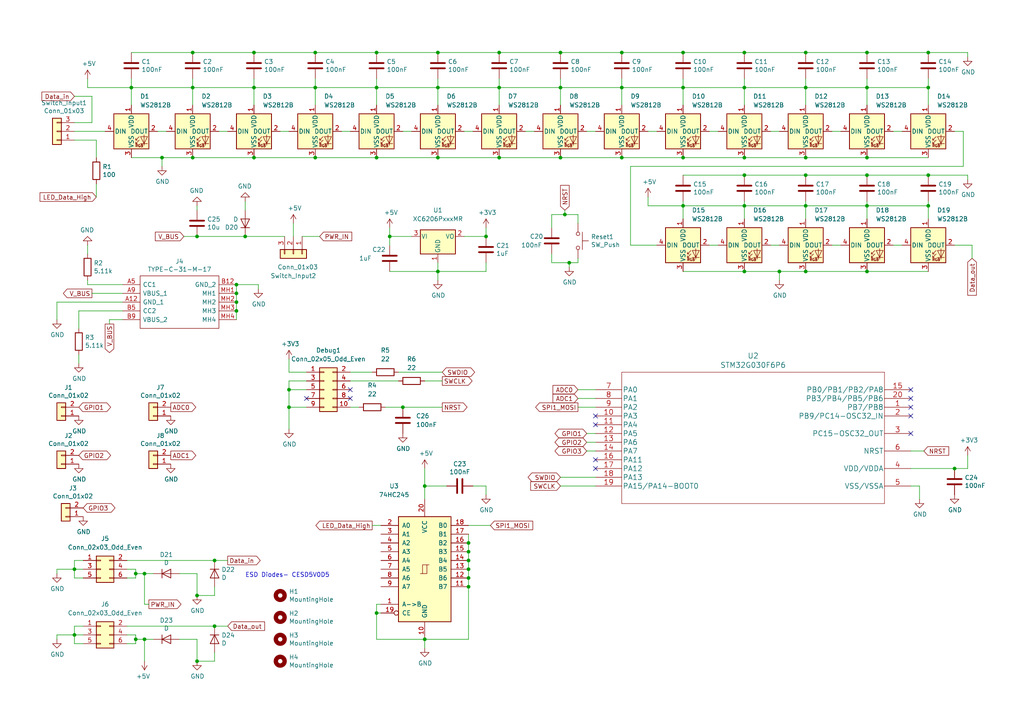
<source format=kicad_sch>
(kicad_sch (version 20211123) (generator eeschema)
  (paper "A4")
  (junction (at 116.84 118.11))
  (junction (at 251.46 45.72))
  (junction (at 73.66 45.72))
  (junction (at 162.56 15.24))
  (junction (at 73.66 25.4))
  (junction (at 144.78 15.24))
  (junction (at 68.58 82.55))
  (junction (at 163.83 62.23))
  (junction (at 215.9 15.24))
  (junction (at 109.22 177.8))
  (junction (at 226.06 78.74))
  (junction (at 135.89 162.56))
  (junction (at 215.9 50.8))
  (junction (at 135.89 165.1))
  (junction (at 251.46 78.74))
  (junction (at 162.56 45.72))
  (junction (at 215.9 59.69))
  (junction (at 39.37 166.37))
  (junction (at 62.23 181.61))
  (junction (at 91.44 15.24))
  (junction (at 276.86 135.89))
  (junction (at 55.88 45.72))
  (junction (at 21.59 184.15))
  (junction (at 135.89 170.18))
  (junction (at 135.89 160.02))
  (junction (at 57.15 191.77))
  (junction (at 109.22 45.72))
  (junction (at 109.22 25.4))
  (junction (at 251.46 15.24))
  (junction (at 269.24 50.8))
  (junction (at 55.88 15.24))
  (junction (at 180.34 15.24))
  (junction (at 144.78 25.4))
  (junction (at 215.9 25.4))
  (junction (at 62.23 162.56))
  (junction (at 127 78.74))
  (junction (at 269.24 59.69))
  (junction (at 233.68 50.8))
  (junction (at 83.82 118.11))
  (junction (at 83.82 113.03))
  (junction (at 269.24 15.24))
  (junction (at 165.1 76.2))
  (junction (at 109.22 15.24))
  (junction (at 180.34 45.72))
  (junction (at 251.46 59.69))
  (junction (at 215.9 78.74))
  (junction (at 233.68 15.24))
  (junction (at 144.78 45.72))
  (junction (at 198.12 59.69))
  (junction (at 55.88 25.4))
  (junction (at 41.91 185.42))
  (junction (at 91.44 25.4))
  (junction (at 198.12 45.72))
  (junction (at 215.9 45.72))
  (junction (at 73.66 15.24))
  (junction (at 127 15.24))
  (junction (at 127 45.72))
  (junction (at 135.89 157.48))
  (junction (at 180.34 25.4))
  (junction (at 71.12 68.58))
  (junction (at 91.44 45.72))
  (junction (at 198.12 15.24))
  (junction (at 233.68 45.72))
  (junction (at 57.15 68.58))
  (junction (at 135.89 167.64))
  (junction (at 233.68 59.69))
  (junction (at 123.19 140.97))
  (junction (at 140.97 68.58))
  (junction (at 233.68 78.74))
  (junction (at 127 25.4))
  (junction (at 269.24 25.4))
  (junction (at 233.68 25.4))
  (junction (at 251.46 50.8))
  (junction (at 21.59 165.1))
  (junction (at 113.03 68.58))
  (junction (at 39.37 185.42))
  (junction (at 38.1 25.4))
  (junction (at 68.58 85.09))
  (junction (at 68.58 87.63))
  (junction (at 198.12 25.4))
  (junction (at 251.46 25.4))
  (junction (at 57.15 172.72))
  (junction (at 68.58 90.17))
  (junction (at 123.19 185.42))
  (junction (at 162.56 25.4))
  (junction (at 41.91 166.37))
  (junction (at 46.99 45.72))
  (no_connect (at 264.16 113.03))
  (no_connect (at 88.9 115.57))
  (no_connect (at 101.6 115.57))
  (no_connect (at 264.16 115.57))
  (no_connect (at 264.16 118.11))
  (no_connect (at 172.72 135.89))
  (no_connect (at 264.16 125.73))
  (no_connect (at 264.16 120.65))
  (no_connect (at 172.72 133.35))
  (no_connect (at 172.72 120.65))
  (no_connect (at 172.72 123.19))
  (no_connect (at 101.6 113.03))
  (wire (pts (xy 233.68 50.8) (xy 251.46 50.8)))
  (wire (pts (xy 226.06 78.74) (xy 215.9 78.74)))
  (wire (pts (xy 91.44 45.72) (xy 73.66 45.72)))
  (wire (pts (xy 39.37 184.15) (xy 39.37 185.42)))
  (wire (pts (xy 127 30.48) (xy 127 25.4)))
  (wire (pts (xy 198.12 59.69) (xy 187.96 59.69)))
  (wire (pts (xy 83.82 107.95) (xy 88.9 107.95)))
  (wire (pts (xy 55.88 15.24) (xy 73.66 15.24)))
  (wire (pts (xy 38.1 30.48) (xy 38.1 25.4)))
  (wire (pts (xy 160.02 62.23) (xy 163.83 62.23)))
  (wire (pts (xy 57.15 191.77) (xy 62.23 191.77)))
  (wire (pts (xy 233.68 30.48) (xy 233.68 25.4)))
  (wire (pts (xy 170.18 125.73) (xy 172.72 125.73)))
  (wire (pts (xy 36.83 162.56) (xy 62.23 162.56)))
  (wire (pts (xy 73.66 15.24) (xy 91.44 15.24)))
  (wire (pts (xy 180.34 15.24) (xy 198.12 15.24)))
  (wire (pts (xy 21.59 184.15) (xy 16.51 184.15)))
  (wire (pts (xy 233.68 78.74) (xy 226.06 78.74)))
  (wire (pts (xy 109.22 177.8) (xy 109.22 185.42)))
  (wire (pts (xy 24.13 165.1) (xy 21.59 165.1)))
  (wire (pts (xy 269.24 25.4) (xy 269.24 22.86)))
  (wire (pts (xy 127 25.4) (xy 127 22.86)))
  (wire (pts (xy 162.56 45.72) (xy 144.78 45.72)))
  (wire (pts (xy 215.9 78.74) (xy 198.12 78.74)))
  (wire (pts (xy 233.68 59.69) (xy 233.68 63.5)))
  (wire (pts (xy 162.56 25.4) (xy 162.56 22.86)))
  (wire (pts (xy 116.84 38.1) (xy 119.38 38.1)))
  (wire (pts (xy 142.24 152.4) (xy 135.89 152.4)))
  (wire (pts (xy 251.46 25.4) (xy 251.46 22.86)))
  (wire (pts (xy 281.94 74.93) (xy 281.94 71.12)))
  (wire (pts (xy 41.91 166.37) (xy 41.91 175.26)))
  (wire (pts (xy 21.59 38.1) (xy 30.48 38.1)))
  (wire (pts (xy 123.19 140.97) (xy 123.19 144.78)))
  (wire (pts (xy 251.46 58.42) (xy 251.46 59.69)))
  (wire (pts (xy 215.9 45.72) (xy 198.12 45.72)))
  (wire (pts (xy 251.46 25.4) (xy 269.24 25.4)))
  (wire (pts (xy 24.13 162.56) (xy 21.59 162.56)))
  (wire (pts (xy 215.9 50.8) (xy 233.68 50.8)))
  (wire (pts (xy 39.37 166.37) (xy 41.91 166.37)))
  (wire (pts (xy 62.23 189.23) (xy 62.23 191.77)))
  (wire (pts (xy 45.72 38.1) (xy 48.26 38.1)))
  (wire (pts (xy 165.1 76.2) (xy 165.1 77.47)))
  (wire (pts (xy 251.46 59.69) (xy 251.46 63.5)))
  (wire (pts (xy 264.16 135.89) (xy 276.86 135.89)))
  (wire (pts (xy 22.86 90.17) (xy 22.86 95.25)))
  (wire (pts (xy 251.46 45.72) (xy 233.68 45.72)))
  (wire (pts (xy 280.67 15.24) (xy 280.67 16.51)))
  (wire (pts (xy 27.94 40.64) (xy 27.94 45.72)))
  (wire (pts (xy 110.49 177.8) (xy 109.22 177.8)))
  (wire (pts (xy 180.34 45.72) (xy 162.56 45.72)))
  (wire (pts (xy 123.19 185.42) (xy 123.19 187.96)))
  (wire (pts (xy 57.15 60.96) (xy 57.15 59.69)))
  (wire (pts (xy 83.82 113.03) (xy 83.82 118.11)))
  (wire (pts (xy 55.88 30.48) (xy 55.88 25.4)))
  (wire (pts (xy 135.89 185.42) (xy 123.19 185.42)))
  (wire (pts (xy 172.72 130.81) (xy 170.18 130.81)))
  (wire (pts (xy 73.66 30.48) (xy 73.66 25.4)))
  (wire (pts (xy 187.96 38.1) (xy 190.5 38.1)))
  (wire (pts (xy 39.37 165.1) (xy 39.37 166.37)))
  (wire (pts (xy 167.64 113.03) (xy 172.72 113.03)))
  (wire (pts (xy 135.89 157.48) (xy 135.89 160.02)))
  (wire (pts (xy 36.83 181.61) (xy 62.23 181.61)))
  (wire (pts (xy 113.03 68.58) (xy 113.03 66.04)))
  (wire (pts (xy 180.34 30.48) (xy 180.34 25.4)))
  (wire (pts (xy 182.88 71.12) (xy 190.5 71.12)))
  (wire (pts (xy 135.89 160.02) (xy 135.89 162.56)))
  (wire (pts (xy 180.34 25.4) (xy 180.34 22.86)))
  (wire (pts (xy 162.56 15.24) (xy 180.34 15.24)))
  (wire (pts (xy 55.88 22.86) (xy 55.88 25.4)))
  (wire (pts (xy 101.6 118.11) (xy 104.14 118.11)))
  (wire (pts (xy 88.9 110.49) (xy 83.82 110.49)))
  (wire (pts (xy 109.22 185.42) (xy 123.19 185.42)))
  (wire (pts (xy 87.63 68.58) (xy 92.71 68.58)))
  (wire (pts (xy 99.06 38.1) (xy 101.6 38.1)))
  (wire (pts (xy 276.86 135.89) (xy 280.67 135.89)))
  (wire (pts (xy 35.56 92.71) (xy 31.75 92.71)))
  (wire (pts (xy 68.58 82.55) (xy 74.93 82.55)))
  (wire (pts (xy 198.12 58.42) (xy 198.12 59.69)))
  (wire (pts (xy 25.4 71.12) (xy 25.4 73.66)))
  (wire (pts (xy 163.83 62.23) (xy 167.64 62.23)))
  (wire (pts (xy 180.34 25.4) (xy 198.12 25.4)))
  (wire (pts (xy 91.44 25.4) (xy 91.44 22.86)))
  (wire (pts (xy 127 25.4) (xy 144.78 25.4)))
  (wire (pts (xy 21.59 165.1) (xy 21.59 167.64)))
  (wire (pts (xy 167.64 62.23) (xy 167.64 64.77)))
  (wire (pts (xy 170.18 128.27) (xy 172.72 128.27)))
  (wire (pts (xy 57.15 172.72) (xy 62.23 172.72)))
  (wire (pts (xy 140.97 140.97) (xy 140.97 143.51)))
  (wire (pts (xy 233.68 58.42) (xy 233.68 59.69)))
  (wire (pts (xy 16.51 87.63) (xy 16.51 92.71)))
  (wire (pts (xy 144.78 25.4) (xy 144.78 22.86)))
  (wire (pts (xy 109.22 175.26) (xy 109.22 177.8)))
  (wire (pts (xy 127 15.24) (xy 144.78 15.24)))
  (wire (pts (xy 24.13 181.61) (xy 21.59 181.61)))
  (wire (pts (xy 215.9 15.24) (xy 233.68 15.24)))
  (wire (pts (xy 110.49 175.26) (xy 109.22 175.26)))
  (wire (pts (xy 259.08 38.1) (xy 261.62 38.1)))
  (wire (pts (xy 127 78.74) (xy 127 81.28)))
  (wire (pts (xy 198.12 25.4) (xy 198.12 22.86)))
  (wire (pts (xy 226.06 81.28) (xy 226.06 78.74)))
  (wire (pts (xy 110.49 152.4) (xy 107.95 152.4)))
  (wire (pts (xy 123.19 135.89) (xy 123.19 140.97)))
  (wire (pts (xy 198.12 59.69) (xy 198.12 63.5)))
  (wire (pts (xy 73.66 45.72) (xy 55.88 45.72)))
  (wire (pts (xy 279.4 38.1) (xy 279.4 48.26)))
  (wire (pts (xy 26.67 35.56) (xy 21.59 35.56)))
  (wire (pts (xy 21.59 162.56) (xy 21.59 165.1)))
  (wire (pts (xy 83.82 104.14) (xy 83.82 107.95)))
  (wire (pts (xy 68.58 90.17) (xy 68.58 87.63)))
  (wire (pts (xy 38.1 25.4) (xy 38.1 22.86)))
  (wire (pts (xy 223.52 71.12) (xy 226.06 71.12)))
  (wire (pts (xy 101.6 110.49) (xy 115.57 110.49)))
  (wire (pts (xy 62.23 172.72) (xy 62.23 170.18)))
  (wire (pts (xy 259.08 71.12) (xy 261.62 71.12)))
  (wire (pts (xy 16.51 184.15) (xy 16.51 185.42)))
  (wire (pts (xy 109.22 15.24) (xy 127 15.24)))
  (wire (pts (xy 269.24 63.5) (xy 269.24 59.69)))
  (wire (pts (xy 83.82 118.11) (xy 83.82 124.46)))
  (wire (pts (xy 172.72 118.11) (xy 167.64 118.11)))
  (wire (pts (xy 215.9 25.4) (xy 233.68 25.4)))
  (wire (pts (xy 144.78 25.4) (xy 162.56 25.4)))
  (wire (pts (xy 16.51 87.63) (xy 35.56 87.63)))
  (wire (pts (xy 187.96 57.15) (xy 187.96 59.69)))
  (wire (pts (xy 57.15 166.37) (xy 57.15 172.72)))
  (wire (pts (xy 251.46 15.24) (xy 269.24 15.24)))
  (wire (pts (xy 276.86 38.1) (xy 279.4 38.1)))
  (wire (pts (xy 21.59 40.64) (xy 27.94 40.64)))
  (wire (pts (xy 233.68 59.69) (xy 215.9 59.69)))
  (wire (pts (xy 31.75 92.71) (xy 31.75 93.98)))
  (wire (pts (xy 91.44 30.48) (xy 91.44 25.4)))
  (wire (pts (xy 81.28 38.1) (xy 83.82 38.1)))
  (wire (pts (xy 223.52 38.1) (xy 226.06 38.1)))
  (wire (pts (xy 241.3 38.1) (xy 243.84 38.1)))
  (wire (pts (xy 26.67 27.94) (xy 26.67 35.56)))
  (wire (pts (xy 24.13 184.15) (xy 21.59 184.15)))
  (wire (pts (xy 280.67 135.89) (xy 280.67 132.08)))
  (wire (pts (xy 135.89 162.56) (xy 135.89 165.1)))
  (wire (pts (xy 198.12 50.8) (xy 215.9 50.8)))
  (wire (pts (xy 63.5 38.1) (xy 66.04 38.1)))
  (wire (pts (xy 127 78.74) (xy 113.03 78.74)))
  (wire (pts (xy 215.9 25.4) (xy 215.9 22.86)))
  (wire (pts (xy 152.4 38.1) (xy 154.94 38.1)))
  (wire (pts (xy 167.64 115.57) (xy 172.72 115.57)))
  (wire (pts (xy 233.68 45.72) (xy 215.9 45.72)))
  (wire (pts (xy 205.74 38.1) (xy 208.28 38.1)))
  (wire (pts (xy 109.22 45.72) (xy 91.44 45.72)))
  (wire (pts (xy 115.57 107.95) (xy 128.27 107.95)))
  (wire (pts (xy 74.93 82.55) (xy 74.93 83.82)))
  (wire (pts (xy 134.62 68.58) (xy 140.97 68.58)))
  (wire (pts (xy 160.02 76.2) (xy 160.02 73.66)))
  (wire (pts (xy 233.68 25.4) (xy 251.46 25.4)))
  (wire (pts (xy 198.12 45.72) (xy 180.34 45.72)))
  (wire (pts (xy 251.46 50.8) (xy 269.24 50.8)))
  (wire (pts (xy 135.89 165.1) (xy 135.89 167.64)))
  (wire (pts (xy 55.88 25.4) (xy 73.66 25.4)))
  (wire (pts (xy 280.67 50.8) (xy 280.67 52.07)))
  (wire (pts (xy 62.23 162.56) (xy 66.04 162.56)))
  (wire (pts (xy 35.56 90.17) (xy 22.86 90.17)))
  (wire (pts (xy 116.84 118.11) (xy 128.27 118.11)))
  (wire (pts (xy 267.97 130.81) (xy 264.16 130.81)))
  (wire (pts (xy 52.07 185.42) (xy 57.15 185.42)))
  (wire (pts (xy 36.83 186.69) (xy 39.37 186.69)))
  (wire (pts (xy 52.07 166.37) (xy 57.15 166.37)))
  (wire (pts (xy 269.24 78.74) (xy 251.46 78.74)))
  (wire (pts (xy 140.97 68.58) (xy 140.97 66.04)))
  (wire (pts (xy 68.58 87.63) (xy 68.58 85.09)))
  (wire (pts (xy 266.7 140.97) (xy 266.7 144.78)))
  (wire (pts (xy 62.23 181.61) (xy 66.04 181.61)))
  (wire (pts (xy 38.1 15.24) (xy 55.88 15.24)))
  (wire (pts (xy 127 45.72) (xy 109.22 45.72)))
  (wire (pts (xy 46.99 45.72) (xy 38.1 45.72)))
  (wire (pts (xy 21.59 181.61) (xy 21.59 184.15)))
  (wire (pts (xy 144.78 30.48) (xy 144.78 25.4)))
  (wire (pts (xy 123.19 110.49) (xy 128.27 110.49)))
  (wire (pts (xy 39.37 166.37) (xy 39.37 167.64)))
  (wire (pts (xy 241.3 71.12) (xy 243.84 71.12)))
  (wire (pts (xy 25.4 25.4) (xy 25.4 22.86)))
  (wire (pts (xy 41.91 175.26) (xy 43.18 175.26)))
  (wire (pts (xy 21.59 27.94) (xy 26.67 27.94)))
  (wire (pts (xy 137.16 140.97) (xy 140.97 140.97)))
  (wire (pts (xy 269.24 15.24) (xy 280.67 15.24)))
  (wire (pts (xy 198.12 59.69) (xy 215.9 59.69)))
  (wire (pts (xy 109.22 25.4) (xy 109.22 22.86)))
  (wire (pts (xy 269.24 59.69) (xy 269.24 58.42)))
  (wire (pts (xy 251.46 59.69) (xy 233.68 59.69)))
  (wire (pts (xy 198.12 30.48) (xy 198.12 25.4)))
  (wire (pts (xy 134.62 38.1) (xy 137.16 38.1)))
  (wire (pts (xy 36.83 165.1) (xy 39.37 165.1)))
  (wire (pts (xy 279.4 48.26) (xy 182.88 48.26)))
  (wire (pts (xy 38.1 25.4) (xy 55.88 25.4)))
  (wire (pts (xy 57.15 68.58) (xy 71.12 68.58)))
  (wire (pts (xy 162.56 138.43) (xy 172.72 138.43)))
  (wire (pts (xy 21.59 165.1) (xy 16.51 165.1)))
  (wire (pts (xy 21.59 184.15) (xy 21.59 186.69)))
  (wire (pts (xy 53.34 68.58) (xy 57.15 68.58)))
  (wire (pts (xy 160.02 66.04) (xy 160.02 62.23)))
  (wire (pts (xy 233.68 15.24) (xy 251.46 15.24)))
  (wire (pts (xy 113.03 71.12) (xy 113.03 68.58)))
  (wire (pts (xy 22.86 102.87) (xy 22.86 105.41)))
  (wire (pts (xy 41.91 185.42) (xy 44.45 185.42)))
  (wire (pts (xy 119.38 68.58) (xy 113.03 68.58)))
  (wire (pts (xy 269.24 30.48) (xy 269.24 25.4)))
  (wire (pts (xy 269.24 50.8) (xy 280.67 50.8)))
  (wire (pts (xy 46.99 45.72) (xy 46.99 48.26)))
  (wire (pts (xy 68.58 92.71) (xy 68.58 90.17)))
  (wire (pts (xy 135.89 170.18) (xy 135.89 185.42)))
  (wire (pts (xy 71.12 68.58) (xy 82.55 68.58)))
  (wire (pts (xy 25.4 82.55) (xy 25.4 81.28)))
  (wire (pts (xy 162.56 140.97) (xy 172.72 140.97)))
  (wire (pts (xy 83.82 113.03) (xy 88.9 113.03)))
  (wire (pts (xy 269.24 45.72) (xy 251.46 45.72)))
  (wire (pts (xy 215.9 30.48) (xy 215.9 25.4)))
  (wire (pts (xy 198.12 15.24) (xy 215.9 15.24)))
  (wire (pts (xy 135.89 167.64) (xy 135.89 170.18)))
  (wire (pts (xy 25.4 82.55) (xy 35.56 82.55)))
  (wire (pts (xy 91.44 15.24) (xy 109.22 15.24)))
  (wire (pts (xy 123.19 140.97) (xy 129.54 140.97)))
  (wire (pts (xy 39.37 167.64) (xy 36.83 167.64)))
  (wire (pts (xy 135.89 154.94) (xy 135.89 157.48)))
  (wire (pts (xy 182.88 48.26) (xy 182.88 71.12)))
  (wire (pts (xy 167.64 76.2) (xy 165.1 76.2)))
  (wire (pts (xy 109.22 30.48) (xy 109.22 25.4)))
  (wire (pts (xy 73.66 25.4) (xy 73.66 22.86)))
  (wire (pts (xy 57.15 185.42) (xy 57.15 191.77)))
  (wire (pts (xy 73.66 25.4) (xy 91.44 25.4)))
  (wire (pts (xy 39.37 185.42) (xy 41.91 185.42)))
  (wire (pts (xy 127 76.2) (xy 127 78.74)))
  (wire (pts (xy 205.74 71.12) (xy 208.28 71.12)))
  (wire (pts (xy 140.97 78.74) (xy 127 78.74)))
  (wire (pts (xy 140.97 76.2) (xy 140.97 78.74)))
  (wire (pts (xy 269.24 59.69) (xy 251.46 59.69)))
  (wire (pts (xy 71.12 58.42) (xy 71.12 60.96)))
  (wire (pts (xy 101.6 107.95) (xy 107.95 107.95)))
  (wire (pts (xy 109.22 25.4) (xy 127 25.4)))
  (wire (pts (xy 170.18 38.1) (xy 172.72 38.1)))
  (wire (pts (xy 85.09 68.58) (xy 85.09 64.77)))
  (wire (pts (xy 21.59 167.64) (xy 24.13 167.64)))
  (wire (pts (xy 27.94 57.15) (xy 27.94 53.34)))
  (wire (pts (xy 21.59 186.69) (xy 24.13 186.69)))
  (wire (pts (xy 39.37 185.42) (xy 39.37 186.69)))
  (wire (pts (xy 251.46 30.48) (xy 251.46 25.4)))
  (wire (pts (xy 198.12 25.4) (xy 215.9 25.4)))
  (wire (pts (xy 162.56 25.4) (xy 180.34 25.4)))
  (wire (pts (xy 55.88 45.72) (xy 46.99 45.72)))
  (wire (pts (xy 144.78 45.72) (xy 127 45.72)))
  (wire (pts (xy 36.83 184.15) (xy 39.37 184.15)))
  (wire (pts (xy 233.68 25.4) (xy 233.68 22.86)))
  (wire (pts (xy 25.4 25.4) (xy 38.1 25.4)))
  (wire (pts (xy 167.64 74.93) (xy 167.64 76.2)))
  (wire (pts (xy 251.46 78.74) (xy 233.68 78.74)))
  (wire (pts (xy 281.94 71.12) (xy 276.86 71.12)))
  (wire (pts (xy 215.9 59.69) (xy 215.9 63.5)))
  (wire (pts (xy 83.82 110.49) (xy 83.82 113.03)))
  (wire (pts (xy 264.16 140.97) (xy 266.7 140.97)))
  (wire (pts (xy 41.91 166.37) (xy 44.45 166.37)))
  (wire (pts (xy 144.78 15.24) (xy 162.56 15.24)))
  (wire (pts (xy 163.83 60.96) (xy 163.83 62.23)))
  (wire (pts (xy 162.56 30.48) (xy 162.56 25.4)))
  (wire (pts (xy 68.58 85.09) (xy 68.58 82.55)))
  (wire (pts (xy 16.51 165.1) (xy 16.51 166.37)))
  (wire (pts (xy 215.9 58.42) (xy 215.9 59.69)))
  (wire (pts (xy 91.44 25.4) (xy 109.22 25.4)))
  (wire (pts (xy 88.9 118.11) (xy 83.82 118.11)))
  (wire (pts (xy 111.76 118.11) (xy 116.84 118.11)))
  (wire (pts (xy 165.1 76.2) (xy 160.02 76.2)))
  (wire (pts (xy 41.91 185.42) (xy 41.91 191.77)))
  (wire (pts (xy 35.56 85.09) (xy 26.67 85.09)))
  (text "ESD Diodes- CESD5V0D5" (at 71.12 167.64 0) (effects (font (size 1.27 1.27)) (justify left bottom)))
  (global_label "SWCLK" (shape input) (at 162.56 140.97 180) (property "Referenzen zwischen Schaltplänen" "${INTERSHEET_REFS}" (effects hide)))
  (global_label "SPI1_MOSI" (shape output) (at 167.64 118.11 180) (property "Referenzen zwischen Schaltplänen" "${INTERSHEET_REFS}" (effects hide)))
  (global_label "NRST" (shape input) (at 267.97 130.81 0) (property "Referenzen zwischen Schaltplänen" "${INTERSHEET_REFS}" (effects hide)))
  (global_label "V_BUS" (shape output) (at 31.75 93.98 270) (property "Referenzen zwischen Schaltplänen" "${INTERSHEET_REFS}" (effects hide)))
  (global_label "ADC1" (shape output) (at 49.53 132.08 0) (property "Intersheet References" "${INTERSHEET_REFS}" (effects hide)))
  (global_label "ADC1" (shape input) (at 167.64 115.57 180) (property "Intersheet References" "${INTERSHEET_REFS}" (effects hide)))
  (global_label "V_BUS" (shape input) (at 53.34 68.58 180) (property "Referenzen zwischen Schaltplänen" "${INTERSHEET_REFS}" (effects hide)))
  (global_label "Data_in" (shape output) (at 66.04 162.56 0) (property "Referenzen zwischen Schaltplänen" "${INTERSHEET_REFS}" (effects hide)))
  (global_label "SWDIO" (shape bidirectional) (at 162.56 138.43 180) (property "Referenzen zwischen Schaltplänen" "${INTERSHEET_REFS}" (effects hide)))
  (global_label "NRST" (shape input) (at 163.83 60.96 90) (property "Referenzen zwischen Schaltplänen" "${INTERSHEET_REFS}" (effects hide)))
  (global_label "Data_out" (shape input) (at 66.04 181.61 0) (property "Referenzen zwischen Schaltplänen" "${INTERSHEET_REFS}" (effects hide)))
  (global_label "ADC0" (shape input) (at 167.64 113.03 180) (property "Intersheet References" "${INTERSHEET_REFS}" (effects hide)))
  (global_label "GPIO3" (shape bidirectional) (at 170.18 130.81 180) (property "Referenzen zwischen Schaltplänen" "${INTERSHEET_REFS}" (effects hide)))
  (global_label "ADC0" (shape output) (at 49.53 118.11 0) (property "Intersheet References" "${INTERSHEET_REFS}" (effects hide)))
  (global_label "NRST" (shape output) (at 128.27 118.11 0) (property "Referenzen zwischen Schaltplänen" "${INTERSHEET_REFS}" (effects hide)))
  (global_label "SWDIO" (shape bidirectional) (at 128.27 107.95 0) (property "Referenzen zwischen Schaltplänen" "${INTERSHEET_REFS}" (effects hide)))
  (global_label "LED_Data_High" (shape output) (at 107.95 152.4 180) (property "Referenzen zwischen Schaltplänen" "${INTERSHEET_REFS}" (effects hide)))
  (global_label "GPIO2" (shape bidirectional) (at 170.18 128.27 180) (property "Referenzen zwischen Schaltplänen" "${INTERSHEET_REFS}" (effects hide)))
  (global_label "PWR_IN" (shape input) (at 92.71 68.58 0) (property "Referenzen zwischen Schaltplänen" "${INTERSHEET_REFS}" (effects hide)))
  (global_label "LED_Data_High" (shape input) (at 27.94 57.15 180) (property "Referenzen zwischen Schaltplänen" "${INTERSHEET_REFS}" (effects hide)))
  (global_label "SWCLK" (shape output) (at 128.27 110.49 0) (property "Referenzen zwischen Schaltplänen" "${INTERSHEET_REFS}" (effects hide)))
  (global_label "PWR_IN" (shape output) (at 43.18 175.26 0) (property "Referenzen zwischen Schaltplänen" "${INTERSHEET_REFS}" (effects hide)))
  (global_label "Data_in" (shape input) (at 21.59 27.94 180) (property "Referenzen zwischen Schaltplänen" "${INTERSHEET_REFS}" (effects hide)))
  (global_label "SPI1_MOSI" (shape input) (at 142.24 152.4 0) (property "Referenzen zwischen Schaltplänen" "${INTERSHEET_REFS}" (effects hide)))
  (global_label "GPIO2" (shape bidirectional) (at 22.86 132.08 0) (property "Referenzen zwischen Schaltplänen" "${INTERSHEET_REFS}" (effects hide)))
  (global_label "GPIO1" (shape bidirectional) (at 170.18 125.73 180) (property "Referenzen zwischen Schaltplänen" "${INTERSHEET_REFS}" (effects hide)))
  (global_label "GPIO1" (shape bidirectional) (at 22.86 118.11 0) (property "Referenzen zwischen Schaltplänen" "${INTERSHEET_REFS}" (effects hide)))
  (global_label "V_BUS" (shape output) (at 26.67 85.09 180) (property "Referenzen zwischen Schaltplänen" "${INTERSHEET_REFS}" (effects hide)))
  (global_label "GPIO3" (shape bidirectional) (at 24.13 147.32 0) (property "Referenzen zwischen Schaltplänen" "${INTERSHEET_REFS}" (effects hide)))
  (global_label "Data_out" (shape input) (at 281.94 74.93 270) (property "Referenzen zwischen Schaltplänen" "${INTERSHEET_REFS}" (effects hide)))
  (symbol (lib_id "STM32G0:STM32G030F6P6") (at 172.72 113.03 0) (unit 1)
    (property "Reference" "U2" (at 218.44 103.2002 0) (effects (font (size 1.524 1.524))))
    (property "Value" "STM32G030F6P6" (at 218.44 105.8926 0) (effects (font (size 1.524 1.524))))
    (property "Footprint" "Package_SO:TSSOP-20_4.4x6.5mm_P0.65mm" (effects hide))
  )
  (symbol (lib_id "Ampel-rescue:WS2812B-LED") (at 38.1 38.1 0) (unit 1)
    (property "Reference" "D1" (at 40.64 27.94 0) (effects (justify left)))
    (property "Value" "WS2812B" (at 40.64 30.48 0) (effects (justify left)))
    (property "Footprint" "LED_SMD:LED_WS2812B_PLCC4_5.0x5.0mm_P3.2mm" (effects hide))
    (property "Datasheet" "https://cdn-shop.adafruit.com/datasheets/WS2812B.pdf" (effects hide))
  )
  (symbol (lib_id "Ampel-rescue:WS2812B-LED") (at 55.88 38.1 0) (unit 1)
    (property "Reference" "D2" (at 58.42 27.94 0) (effects (justify left)))
    (property "Value" "WS2812B" (at 58.42 30.48 0) (effects (justify left)))
    (property "Footprint" "LED_SMD:LED_WS2812B_PLCC4_5.0x5.0mm_P3.2mm" (effects hide))
    (property "Datasheet" "https://cdn-shop.adafruit.com/datasheets/WS2812B.pdf" (effects hide))
  )
  (symbol (lib_id "Ampel-rescue:WS2812B-LED") (at 73.66 38.1 0) (unit 1)
    (property "Reference" "D3" (at 76.2 27.94 0) (effects (justify left)))
    (property "Value" "WS2812B" (at 76.2 30.48 0) (effects (justify left)))
    (property "Footprint" "LED_SMD:LED_WS2812B_PLCC4_5.0x5.0mm_P3.2mm" (effects hide))
    (property "Datasheet" "https://cdn-shop.adafruit.com/datasheets/WS2812B.pdf" (effects hide))
  )
  (symbol (lib_id "Ampel-rescue:WS2812B-LED") (at 91.44 38.1 0) (unit 1)
    (property "Reference" "D4" (at 93.98 27.94 0) (effects (justify left)))
    (property "Value" "WS2812B" (at 93.98 30.48 0) (effects (justify left)))
    (property "Footprint" "LED_SMD:LED_WS2812B_PLCC4_5.0x5.0mm_P3.2mm" (effects hide))
    (property "Datasheet" "https://cdn-shop.adafruit.com/datasheets/WS2812B.pdf" (effects hide))
  )
  (symbol (lib_id "Ampel-rescue:WS2812B-LED") (at 109.22 38.1 0) (unit 1)
    (property "Reference" "D5" (at 111.76 27.94 0) (effects (justify left)))
    (property "Value" "WS2812B" (at 111.76 30.48 0) (effects (justify left)))
    (property "Footprint" "LED_SMD:LED_WS2812B_PLCC4_5.0x5.0mm_P3.2mm" (effects hide))
    (property "Datasheet" "https://cdn-shop.adafruit.com/datasheets/WS2812B.pdf" (effects hide))
  )
  (symbol (lib_id "Ampel-rescue:WS2812B-LED") (at 127 38.1 0) (unit 1)
    (property "Reference" "D6" (at 129.54 27.94 0) (effects (justify left)))
    (property "Value" "WS2812B" (at 129.54 30.48 0) (effects (justify left)))
    (property "Footprint" "LED_SMD:LED_WS2812B_PLCC4_5.0x5.0mm_P3.2mm" (effects hide))
    (property "Datasheet" "https://cdn-shop.adafruit.com/datasheets/WS2812B.pdf" (effects hide))
  )
  (symbol (lib_id "Ampel-rescue:WS2812B-LED") (at 144.78 38.1 0) (unit 1)
    (property "Reference" "D7" (at 147.32 27.94 0) (effects (justify left)))
    (property "Value" "WS2812B" (at 147.32 30.48 0) (effects (justify left)))
    (property "Footprint" "LED_SMD:LED_WS2812B_PLCC4_5.0x5.0mm_P3.2mm" (effects hide))
    (property "Datasheet" "https://cdn-shop.adafruit.com/datasheets/WS2812B.pdf" (effects hide))
  )
  (symbol (lib_id "Ampel-rescue:WS2812B-LED") (at 162.56 38.1 0) (unit 1)
    (property "Reference" "D8" (at 165.1 27.94 0) (effects (justify left)))
    (property "Value" "WS2812B" (at 165.1 30.48 0) (effects (justify left)))
    (property "Footprint" "LED_SMD:LED_WS2812B_PLCC4_5.0x5.0mm_P3.2mm" (effects hide))
    (property "Datasheet" "https://cdn-shop.adafruit.com/datasheets/WS2812B.pdf" (effects hide))
  )
  (symbol (lib_id "Ampel-rescue:WS2812B-LED") (at 180.34 38.1 0) (unit 1)
    (property "Reference" "D9" (at 182.88 27.94 0) (effects (justify left)))
    (property "Value" "WS2812B" (at 182.88 30.48 0) (effects (justify left)))
    (property "Footprint" "LED_SMD:LED_WS2812B_PLCC4_5.0x5.0mm_P3.2mm" (effects hide))
    (property "Datasheet" "https://cdn-shop.adafruit.com/datasheets/WS2812B.pdf" (effects hide))
  )
  (symbol (lib_id "Ampel-rescue:WS2812B-LED") (at 198.12 38.1 0) (unit 1)
    (property "Reference" "D10" (at 200.66 27.94 0) (effects (justify left)))
    (property "Value" "WS2812B" (at 200.66 30.48 0) (effects (justify left)))
    (property "Footprint" "LED_SMD:LED_WS2812B_PLCC4_5.0x5.0mm_P3.2mm" (effects hide))
    (property "Datasheet" "https://cdn-shop.adafruit.com/datasheets/WS2812B.pdf" (effects hide))
  )
  (symbol (lib_id "Ampel-rescue:WS2812B-LED") (at 215.9 38.1 0) (unit 1)
    (property "Reference" "D11" (at 218.44 27.94 0) (effects (justify left)))
    (property "Value" "WS2812B" (at 218.44 30.48 0) (effects (justify left)))
    (property "Footprint" "LED_SMD:LED_WS2812B_PLCC4_5.0x5.0mm_P3.2mm" (effects hide))
    (property "Datasheet" "https://cdn-shop.adafruit.com/datasheets/WS2812B.pdf" (effects hide))
  )
  (symbol (lib_id "Ampel-rescue:WS2812B-LED") (at 233.68 38.1 0) (unit 1)
    (property "Reference" "D12" (at 236.22 27.94 0) (effects (justify left)))
    (property "Value" "WS2812B" (at 236.22 30.48 0) (effects (justify left)))
    (property "Footprint" "LED_SMD:LED_WS2812B_PLCC4_5.0x5.0mm_P3.2mm" (effects hide))
    (property "Datasheet" "https://cdn-shop.adafruit.com/datasheets/WS2812B.pdf" (effects hide))
  )
  (symbol (lib_id "Ampel-rescue:WS2812B-LED") (at 251.46 38.1 0) (unit 1)
    (property "Reference" "D13" (at 254 27.94 0) (effects (justify left)))
    (property "Value" "WS2812B" (at 254 30.48 0) (effects (justify left)))
    (property "Footprint" "LED_SMD:LED_WS2812B_PLCC4_5.0x5.0mm_P3.2mm" (effects hide))
    (property "Datasheet" "https://cdn-shop.adafruit.com/datasheets/WS2812B.pdf" (effects hide))
  )
  (symbol (lib_id "Ampel-rescue:WS2812B-LED") (at 269.24 38.1 0) (unit 1)
    (property "Reference" "D14" (at 271.78 27.94 0) (effects (justify left)))
    (property "Value" "WS2812B" (at 271.78 30.48 0) (effects (justify left)))
    (property "Footprint" "LED_SMD:LED_WS2812B_PLCC4_5.0x5.0mm_P3.2mm" (effects hide))
    (property "Datasheet" "https://cdn-shop.adafruit.com/datasheets/WS2812B.pdf" (effects hide))
  )
  (symbol (lib_id "Ampel-rescue:Conn_01x03-Connector_Generic") (at 16.51 38.1 180) (unit 1)
    (property "Reference" "Switch_Input1" (at 18.5928 29.845 0))
    (property "Value" "Conn_01x03" (at 18.5928 32.1564 0))
    (property "Footprint" "Connector_PinHeader_2.54mm:PinHeader_1x03_P2.54mm_Vertical" (effects hide))
  )
  (symbol (lib_id "Ampel-rescue:WS2812B-LED") (at 198.12 71.12 0) (unit 1)
    (property "Reference" "D15" (at 200.66 60.96 0) (effects (justify left)))
    (property "Value" "WS2812B" (at 200.66 63.5 0) (effects (justify left)))
    (property "Footprint" "LED_SMD:LED_WS2812B_PLCC4_5.0x5.0mm_P3.2mm" (effects hide))
    (property "Datasheet" "https://cdn-shop.adafruit.com/datasheets/WS2812B.pdf" (effects hide))
  )
  (symbol (lib_id "Ampel-rescue:WS2812B-LED") (at 215.9 71.12 0) (unit 1)
    (property "Reference" "D16" (at 218.44 60.96 0) (effects (justify left)))
    (property "Value" "WS2812B" (at 218.44 63.5 0) (effects (justify left)))
    (property "Footprint" "LED_SMD:LED_WS2812B_PLCC4_5.0x5.0mm_P3.2mm" (effects hide))
    (property "Datasheet" "https://cdn-shop.adafruit.com/datasheets/WS2812B.pdf" (effects hide))
  )
  (symbol (lib_id "Ampel-rescue:WS2812B-LED") (at 233.68 71.12 0) (unit 1)
    (property "Reference" "D17" (at 236.22 60.96 0) (effects (justify left)))
    (property "Value" "WS2812B" (at 236.22 63.5 0) (effects (justify left)))
    (property "Footprint" "LED_SMD:LED_WS2812B_PLCC4_5.0x5.0mm_P3.2mm" (effects hide))
    (property "Datasheet" "https://cdn-shop.adafruit.com/datasheets/WS2812B.pdf" (effects hide))
  )
  (symbol (lib_id "Ampel-rescue:WS2812B-LED") (at 251.46 71.12 0) (unit 1)
    (property "Reference" "D18" (at 254 60.96 0) (effects (justify left)))
    (property "Value" "WS2812B" (at 254 63.5 0) (effects (justify left)))
    (property "Footprint" "LED_SMD:LED_WS2812B_PLCC4_5.0x5.0mm_P3.2mm" (effects hide))
    (property "Datasheet" "https://cdn-shop.adafruit.com/datasheets/WS2812B.pdf" (effects hide))
  )
  (symbol (lib_id "Ampel-rescue:WS2812B-LED") (at 269.24 71.12 0) (unit 1)
    (property "Reference" "D19" (at 271.78 60.96 0) (effects (justify left)))
    (property "Value" "WS2812B" (at 271.78 63.5 0) (effects (justify left)))
    (property "Footprint" "LED_SMD:LED_WS2812B_PLCC4_5.0x5.0mm_P3.2mm" (effects hide))
    (property "Datasheet" "https://cdn-shop.adafruit.com/datasheets/WS2812B.pdf" (effects hide))
  )
  (symbol (lib_id "Ampel-rescue:74HC245-74xx") (at 123.19 165.1 0) (unit 1)
    (property "Reference" "U3" (at 114.3 140.97 0))
    (property "Value" "74HC245" (at 114.3 143.51 0))
    (property "Footprint" "Package_SO:SSOP-20_5.3x7.2mm_P0.65mm" (effects hide))
    (property "Datasheet" "http://www.ti.com/lit/gpn/sn74HC245" (effects hide))
  )
  (symbol (lib_id "Ampel-rescue:D-Device") (at 71.12 64.77 90) (unit 1)
    (property "Reference" "D20" (at 69.1134 65.9384 90) (effects (justify left)))
    (property "Value" "D" (at 69.1134 63.627 90) (effects (justify left)))
    (property "Footprint" "Diode_SMD:D_SOD-523" (effects hide))
  )
  (symbol (lib_id "Ampel-rescue:GND-power") (at 71.12 58.42 180) (unit 1)
    (property "Reference" "#PWR0124" (effects hide))
    (property "Value" "GND" (at 70.993 54.0258 0))
  )
  (symbol (lib_id "Ampel-rescue:D-Device") (at 62.23 166.37 270) (unit 1)
    (property "Reference" "D22" (at 64.2366 165.2016 90) (effects (justify left)))
    (property "Value" "D" (at 64.2366 167.513 90) (effects (justify left)))
    (property "Footprint" "Diode_SMD:D_SOD-523" (effects hide))
  )
  (symbol (lib_id "Ampel-rescue:D-Device") (at 48.26 166.37 0) (unit 1)
    (property "Reference" "D21" (at 48.26 160.8836 0))
    (property "Value" "D" (at 48.26 163.195 0))
    (property "Footprint" "Diode_SMD:D_SOD-523" (effects hide))
  )
  (symbol (lib_id "Ampel-rescue:D-Device") (at 48.26 185.42 0) (unit 1)
    (property "Reference" "D23" (at 48.26 179.9336 0))
    (property "Value" "D" (at 48.26 182.245 0))
    (property "Footprint" "Diode_SMD:D_SOD-523" (effects hide))
  )
  (symbol (lib_id "Ampel-rescue:D-Device") (at 62.23 185.42 270) (unit 1)
    (property "Reference" "D24" (at 64.2366 184.2516 90) (effects (justify left)))
    (property "Value" "D" (at 64.2366 186.563 90) (effects (justify left)))
    (property "Footprint" "Diode_SMD:D_SOD-523" (effects hide))
  )
  (symbol (lib_id "Ampel-rescue:Conn_01x03-Connector_Generic") (at 85.09 73.66 270) (unit 1)
    (property "Reference" "Switch_Input2" (at 85.09 80.01 90))
    (property "Value" "Conn_01x03" (at 86.36 77.47 90))
    (property "Footprint" "Connector_PinHeader_2.54mm:PinHeader_1x03_P2.54mm_Vertical" (effects hide))
  )
  (symbol (lib_id "Ampel-rescue:GND-power") (at 46.99 48.26 0) (unit 1)
    (property "Reference" "#PWR0101" (effects hide))
    (property "Value" "GND" (at 47.117 52.6542 0))
  )
  (symbol (lib_id "Ampel-rescue:Conn_01x02-Connector_Generic") (at 17.78 120.65 180) (unit 1)
    (property "Reference" "J1" (at 19.8628 112.395 0))
    (property "Value" "Conn_01x02" (at 19.8628 114.7064 0))
    (property "Footprint" "Connector_PinHeader_2.54mm:PinHeader_1x02_P2.54mm_Vertical" (effects hide))
  )
  (symbol (lib_id "Ampel-rescue:Conn_01x02-Connector_Generic") (at 17.78 134.62 180) (unit 1)
    (property "Reference" "J2" (at 19.8628 126.365 0))
    (property "Value" "Conn_01x02" (at 19.8628 128.6764 0))
    (property "Footprint" "Connector_PinHeader_2.54mm:PinHeader_1x02_P2.54mm_Vertical" (effects hide))
  )
  (symbol (lib_id "Ampel-rescue:Conn_01x02-Connector_Generic") (at 19.05 149.86 180) (unit 1)
    (property "Reference" "J3" (at 21.1328 141.605 0))
    (property "Value" "Conn_01x02" (at 21.1328 143.9164 0))
    (property "Footprint" "Connector_PinHeader_2.54mm:PinHeader_1x02_P2.54mm_Vertical" (effects hide))
  )
  (symbol (lib_id "Ampel-rescue:GND-power") (at 24.13 149.86 0) (unit 1)
    (property "Reference" "#PWR0127" (effects hide))
    (property "Value" "GND" (at 24.257 154.2542 0))
  )
  (symbol (lib_id "Ampel-rescue:GND-power") (at 22.86 134.62 0) (unit 1)
    (property "Reference" "#PWR0128" (effects hide))
    (property "Value" "GND" (at 22.987 139.0142 0))
  )
  (symbol (lib_id "Ampel-rescue:GND-power") (at 22.86 120.65 0) (unit 1)
    (property "Reference" "#PWR0129" (effects hide))
    (property "Value" "GND" (at 22.987 125.0442 0))
  )
  (symbol (lib_id "Ampel-rescue:R-Device") (at 25.4 77.47 0) (unit 1)
    (property "Reference" "R2" (at 27.178 76.3016 0) (effects (justify left)))
    (property "Value" "5.11k" (at 27.178 78.613 0) (effects (justify left)))
    (property "Footprint" "Resistor_SMD:R_0603_1608Metric" (effects hide))
  )
  (symbol (lib_id "Ampel-rescue:C-Device") (at 38.1 19.05 180) (unit 1)
    (property "Reference" "C1" (at 41.021 17.8816 0) (effects (justify right)))
    (property "Value" "100nF" (at 41.021 20.193 0) (effects (justify right)))
    (property "Footprint" "Capacitor_SMD:C_0603_1608Metric" (effects hide))
  )
  (symbol (lib_id "Ampel-rescue:C-Device") (at 55.88 19.05 180) (unit 1)
    (property "Reference" "C2" (at 58.801 17.8816 0) (effects (justify right)))
    (property "Value" "100nF" (at 58.801 20.193 0) (effects (justify right)))
    (property "Footprint" "Capacitor_SMD:C_0603_1608Metric" (effects hide))
  )
  (symbol (lib_id "Ampel-rescue:C-Device") (at 73.66 19.05 180) (unit 1)
    (property "Reference" "C3" (at 76.581 17.8816 0) (effects (justify right)))
    (property "Value" "100nF" (at 76.581 20.193 0) (effects (justify right)))
    (property "Footprint" "Capacitor_SMD:C_0603_1608Metric" (effects hide))
  )
  (symbol (lib_id "Ampel-rescue:C-Device") (at 91.44 19.05 180) (unit 1)
    (property "Reference" "C4" (at 94.361 17.8816 0) (effects (justify right)))
    (property "Value" "100nF" (at 94.361 20.193 0) (effects (justify right)))
    (property "Footprint" "Capacitor_SMD:C_0603_1608Metric" (effects hide))
  )
  (symbol (lib_id "Ampel-rescue:C-Device") (at 109.22 19.05 180) (unit 1)
    (property "Reference" "C5" (at 112.141 17.8816 0) (effects (justify right)))
    (property "Value" "100nF" (at 112.141 20.193 0) (effects (justify right)))
    (property "Footprint" "Capacitor_SMD:C_0603_1608Metric" (effects hide))
  )
  (symbol (lib_id "Ampel-rescue:C-Device") (at 127 19.05 180) (unit 1)
    (property "Reference" "C6" (at 129.921 17.8816 0) (effects (justify right)))
    (property "Value" "100nF" (at 129.921 20.193 0) (effects (justify right)))
    (property "Footprint" "Capacitor_SMD:C_0603_1608Metric" (effects hide))
  )
  (symbol (lib_id "Ampel-rescue:C-Device") (at 144.78 19.05 180) (unit 1)
    (property "Reference" "C7" (at 147.701 17.8816 0) (effects (justify right)))
    (property "Value" "100nF" (at 147.701 20.193 0) (effects (justify right)))
    (property "Footprint" "Capacitor_SMD:C_0603_1608Metric" (effects hide))
  )
  (symbol (lib_id "Ampel-rescue:C-Device") (at 162.56 19.05 180) (unit 1)
    (property "Reference" "C8" (at 165.481 17.8816 0) (effects (justify right)))
    (property "Value" "100nF" (at 165.481 20.193 0) (effects (justify right)))
    (property "Footprint" "Capacitor_SMD:C_0603_1608Metric" (effects hide))
  )
  (symbol (lib_id "Ampel-rescue:C-Device") (at 180.34 19.05 180) (unit 1)
    (property "Reference" "C9" (at 183.261 17.8816 0) (effects (justify right)))
    (property "Value" "100nF" (at 183.261 20.193 0) (effects (justify right)))
    (property "Footprint" "Capacitor_SMD:C_0603_1608Metric" (effects hide))
  )
  (symbol (lib_id "Ampel-rescue:C-Device") (at 198.12 19.05 180) (unit 1)
    (property "Reference" "C10" (at 201.041 17.8816 0) (effects (justify right)))
    (property "Value" "100nF" (at 201.041 20.193 0) (effects (justify right)))
    (property "Footprint" "Capacitor_SMD:C_0603_1608Metric" (effects hide))
  )
  (symbol (lib_id "Ampel-rescue:C-Device") (at 215.9 19.05 180) (unit 1)
    (property "Reference" "C11" (at 218.821 17.8816 0) (effects (justify right)))
    (property "Value" "100nF" (at 218.821 20.193 0) (effects (justify right)))
    (property "Footprint" "Capacitor_SMD:C_0603_1608Metric" (effects hide))
  )
  (symbol (lib_id "Ampel-rescue:C-Device") (at 233.68 19.05 180) (unit 1)
    (property "Reference" "C12" (at 236.601 17.8816 0) (effects (justify right)))
    (property "Value" "100nF" (at 236.601 20.193 0) (effects (justify right)))
    (property "Footprint" "Capacitor_SMD:C_0603_1608Metric" (effects hide))
  )
  (symbol (lib_id "Ampel-rescue:C-Device") (at 251.46 19.05 180) (unit 1)
    (property "Reference" "C13" (at 254.381 17.8816 0) (effects (justify right)))
    (property "Value" "100nF" (at 254.381 20.193 0) (effects (justify right)))
    (property "Footprint" "Capacitor_SMD:C_0603_1608Metric" (effects hide))
  )
  (symbol (lib_id "Ampel-rescue:C-Device") (at 269.24 19.05 180) (unit 1)
    (property "Reference" "C14" (at 272.161 17.8816 0) (effects (justify right)))
    (property "Value" "100nF" (at 272.161 20.193 0) (effects (justify right)))
    (property "Footprint" "Capacitor_SMD:C_0603_1608Metric" (effects hide))
  )
  (symbol (lib_id "Ampel-rescue:C-Device") (at 198.12 54.61 180) (unit 1)
    (property "Reference" "C15" (at 201.041 53.4416 0) (effects (justify right)))
    (property "Value" "100nF" (at 201.041 55.753 0) (effects (justify right)))
    (property "Footprint" "Capacitor_SMD:C_0603_1608Metric" (effects hide))
  )
  (symbol (lib_id "Ampel-rescue:C-Device") (at 215.9 54.61 180) (unit 1)
    (property "Reference" "C16" (at 218.821 53.4416 0) (effects (justify right)))
    (property "Value" "100nF" (at 218.821 55.753 0) (effects (justify right)))
    (property "Footprint" "Capacitor_SMD:C_0603_1608Metric" (effects hide))
  )
  (symbol (lib_id "Ampel-rescue:C-Device") (at 233.68 54.61 180) (unit 1)
    (property "Reference" "C17" (at 236.601 53.4416 0) (effects (justify right)))
    (property "Value" "100nF" (at 236.601 55.753 0) (effects (justify right)))
    (property "Footprint" "Capacitor_SMD:C_0603_1608Metric" (effects hide))
  )
  (symbol (lib_id "Ampel-rescue:C-Device") (at 251.46 54.61 180) (unit 1)
    (property "Reference" "C18" (at 254.381 53.4416 0) (effects (justify right)))
    (property "Value" "100nF" (at 254.381 55.753 0) (effects (justify right)))
    (property "Footprint" "Capacitor_SMD:C_0603_1608Metric" (effects hide))
  )
  (symbol (lib_id "Ampel-rescue:C-Device") (at 269.24 54.61 180) (unit 1)
    (property "Reference" "C19" (at 272.161 53.4416 0) (effects (justify right)))
    (property "Value" "100nF" (at 272.161 55.753 0) (effects (justify right)))
    (property "Footprint" "Capacitor_SMD:C_0603_1608Metric" (effects hide))
  )
  (symbol (lib_id "Ampel-rescue:GND-power") (at 226.06 81.28 0) (unit 1)
    (property "Reference" "#PWR0102" (effects hide))
    (property "Value" "GND" (at 226.187 85.6742 0))
  )
  (symbol (lib_id "Ampel-rescue:GND-power") (at 280.67 52.07 0) (unit 1)
    (property "Reference" "#PWR0103" (effects hide))
    (property "Value" "GND" (at 280.797 56.4642 0))
  )
  (symbol (lib_id "Ampel-rescue:GND-power") (at 280.67 16.51 0) (unit 1)
    (property "Reference" "#PWR0104" (effects hide))
    (property "Value" "GND" (at 280.797 20.9042 0))
  )
  (symbol (lib_id "Ampel-rescue:GND-power") (at 16.51 185.42 0) (unit 1)
    (property "Reference" "#PWR0120" (effects hide))
    (property "Value" "GND" (at 16.637 189.8142 0))
  )
  (symbol (lib_id "Ampel-rescue:GND-power") (at 25.4 71.12 180) (unit 1)
    (property "Reference" "#PWR0132" (effects hide))
    (property "Value" "GND" (at 25.273 66.7258 0))
  )
  (symbol (lib_id "Ampel-rescue:GND-power") (at 57.15 191.77 0) (unit 1)
    (property "Reference" "#PWR0125" (effects hide))
    (property "Value" "GND" (at 57.277 196.1642 0))
  )
  (symbol (lib_id "Ampel-rescue:+5V-power") (at 41.91 191.77 180) (unit 1)
    (property "Reference" "#PWR0121" (effects hide))
    (property "Value" "+5V" (at 41.529 196.1642 0))
  )
  (symbol (lib_id "Ampel-rescue:C-Device") (at 276.86 139.7 0) (unit 1)
    (property "Reference" "C24" (at 279.781 138.5316 0) (effects (justify left)))
    (property "Value" "100nF" (at 279.781 140.843 0) (effects (justify left)))
    (property "Footprint" "Capacitor_SMD:C_0603_1608Metric" (effects hide))
  )
  (symbol (lib_id "Ampel-rescue:GND-power") (at 276.86 143.51 0) (unit 1)
    (property "Reference" "#PWR0122" (effects hide))
    (property "Value" "GND" (at 276.987 147.9042 0))
  )
  (symbol (lib_id "Ampel-rescue:MountingHole-Mechanical") (at 81.28 191.77 0) (unit 1)
    (property "Reference" "H4" (at 83.82 190.6016 0) (effects (justify left)))
    (property "Value" "MountingHole" (at 83.82 192.913 0) (effects (justify left)))
    (property "Footprint" "MountingHole:MountingHole_3.5mm_Pad" (effects hide))
  )
  (symbol (lib_id "Ampel-rescue:MountingHole-Mechanical") (at 81.28 185.42 0) (unit 1)
    (property "Reference" "H3" (at 83.82 184.2516 0) (effects (justify left)))
    (property "Value" "MountingHole" (at 83.82 186.563 0) (effects (justify left)))
    (property "Footprint" "MountingHole:MountingHole_3.5mm_Pad" (effects hide))
  )
  (symbol (lib_id "Ampel-rescue:MountingHole-Mechanical") (at 81.28 179.07 0) (unit 1)
    (property "Reference" "H2" (at 83.82 177.9016 0) (effects (justify left)))
    (property "Value" "MountingHole" (at 83.82 180.213 0) (effects (justify left)))
    (property "Footprint" "MountingHole:MountingHole_3.5mm_Pad" (effects hide))
  )
  (symbol (lib_id "Ampel-rescue:MountingHole-Mechanical") (at 81.28 172.72 0) (unit 1)
    (property "Reference" "H1" (at 83.82 171.5516 0) (effects (justify left)))
    (property "Value" "MountingHole" (at 83.82 173.863 0) (effects (justify left)))
    (property "Footprint" "MountingHole:MountingHole_3.5mm_Pad" (effects hide))
  )
  (symbol (lib_id "Ampel-rescue:C-Device") (at 57.15 64.77 0) (unit 1)
    (property "Reference" "C25" (at 60.071 63.6016 0) (effects (justify left)))
    (property "Value" "10u" (at 60.071 65.913 0) (effects (justify left)))
    (property "Footprint" "Capacitor_SMD:C_1210_3225Metric" (effects hide))
  )
  (symbol (lib_id "Ampel-rescue:GND-power") (at 57.15 59.69 180) (unit 1)
    (property "Reference" "#PWR0123" (effects hide))
    (property "Value" "GND" (at 57.023 55.2958 0))
  )
  (symbol (lib_id "Ampel-rescue:+5V-power") (at 85.09 64.77 0) (unit 1)
    (property "Reference" "#PWR0106" (effects hide))
    (property "Value" "+5V" (at 85.471 60.3758 0))
  )
  (symbol (lib_id "Ampel-rescue:+5V-power") (at 25.4 22.86 0) (unit 1)
    (property "Reference" "#PWR0107" (effects hide))
    (property "Value" "+5V" (at 25.781 18.4658 0))
  )
  (symbol (lib_id "Ampel-rescue:GND-power") (at 57.15 172.72 0) (unit 1)
    (property "Reference" "#PWR0126" (effects hide))
    (property "Value" "GND" (at 57.277 177.1142 0))
  )
  (symbol (lib_id "Ampel-rescue:+5V-power") (at 187.96 57.15 0) (unit 1)
    (property "Reference" "#PWR0108" (effects hide))
    (property "Value" "+5V" (at 188.341 52.7558 0))
  )
  (symbol (lib_id "Ampel-rescue:GND-power") (at 123.19 187.96 0) (unit 1)
    (property "Reference" "#PWR0109" (effects hide))
    (property "Value" "GND" (at 123.317 192.3542 0))
  )
  (symbol (lib_id "Ampel-rescue:R-Device") (at 22.86 99.06 0) (unit 1)
    (property "Reference" "R3" (at 24.638 97.8916 0) (effects (justify left)))
    (property "Value" "5.11k" (at 24.638 100.203 0) (effects (justify left)))
    (property "Footprint" "Resistor_SMD:R_0603_1608Metric" (effects hide))
  )
  (symbol (lib_id "Ampel-rescue:+5V-power") (at 123.19 135.89 0) (unit 1)
    (property "Reference" "#PWR0110" (effects hide))
    (property "Value" "+5V" (at 123.571 131.4958 0))
  )
  (symbol (lib_id "Ampel-rescue:C-Device") (at 133.35 140.97 270) (unit 1)
    (property "Reference" "C23" (at 133.35 134.5692 90))
    (property "Value" "100nF" (at 133.35 136.8806 90))
    (property "Footprint" "Capacitor_SMD:C_0603_1608Metric" (effects hide))
  )
  (symbol (lib_id "Ampel-rescue:GND-power") (at 140.97 143.51 0) (unit 1)
    (property "Reference" "#PWR0111" (effects hide))
    (property "Value" "GND" (at 141.097 147.9042 0))
  )
  (symbol (lib_id "Ampel-rescue:+3.3V-power") (at 140.97 66.04 0) (unit 1)
    (property "Reference" "#PWR0112" (effects hide))
    (property "Value" "+3.3V" (at 141.351 61.6458 0))
  )
  (symbol (lib_id "Ampel-rescue:+5V-power") (at 113.03 66.04 0) (unit 1)
    (property "Reference" "#PWR0113" (effects hide))
    (property "Value" "+5V" (at 113.411 61.6458 0))
  )
  (symbol (lib_id "Ampel-rescue:GND-power") (at 127 81.28 0) (unit 1)
    (property "Reference" "#PWR0114" (effects hide))
    (property "Value" "GND" (at 127.127 85.6742 0))
  )
  (symbol (lib_id "Ampel-rescue:C-Device") (at 140.97 72.39 0) (unit 1)
    (property "Reference" "C21" (at 143.891 71.2216 0) (effects (justify left)))
    (property "Value" "1uF" (at 143.891 73.533 0) (effects (justify left)))
    (property "Footprint" "Capacitor_SMD:C_0805_2012Metric" (effects hide))
  )
  (symbol (lib_id "Ampel-rescue:GND-power") (at 22.86 105.41 0) (unit 1)
    (property "Reference" "#PWR0133" (effects hide))
    (property "Value" "GND" (at 22.987 109.8042 0))
  )
  (symbol (lib_id "Ampel-rescue:C-Device") (at 113.03 74.93 180) (unit 1)
    (property "Reference" "C22" (at 107.95 72.39 0) (effects (justify right)))
    (property "Value" "1uF" (at 104.14 74.93 0) (effects (justify right)))
    (property "Footprint" "Capacitor_SMD:C_0805_2012Metric" (effects hide))
    (property "Spice_Primitive" "C" (effects hide))
    (property "Spice_Model" "1u" (effects hide))
    (property "Spice_Netlist_Enabled" "Y" (effects hide))
  )
  (symbol (lib_id "Ampel-rescue:GND-power") (at 266.7 144.78 0) (unit 1)
    (property "Reference" "#PWR0115" (effects hide))
    (property "Value" "GND" (at 266.827 149.1742 0))
  )
  (symbol (lib_id "Ampel-rescue:+3.3V-power") (at 280.67 132.08 0) (unit 1)
    (property "Reference" "#PWR0116" (effects hide))
    (property "Value" "+3.3V" (at 281.051 127.6858 0))
  )
  (symbol (lib_id "Ampel-rescue:SW_Push-Switch") (at 167.64 69.85 270) (unit 1)
    (property "Reference" "Reset1" (at 171.3992 68.6816 90) (effects (justify left)))
    (property "Value" "SW_Push" (at 171.3992 70.993 90) (effects (justify left)))
    (property "Footprint" "Button_Switch_SMD:SW_SPST_EVPBF" (effects hide))
  )
  (symbol (lib_id "Ampel-rescue:GND-power") (at 165.1 77.47 0) (unit 1)
    (property "Reference" "#PWR0117" (effects hide))
    (property "Value" "GND" (at 165.227 81.8642 0))
  )
  (symbol (lib_id "Ampel-rescue:C-Device") (at 160.02 69.85 0) (mirror y) (unit 1)
    (property "Reference" "C20" (at 153.67 68.58 0) (effects (justify right)))
    (property "Value" "100nF" (at 151.13 71.12 0) (effects (justify right)))
    (property "Footprint" "Capacitor_SMD:C_0603_1608Metric" (effects hide))
  )
  (symbol (lib_id "Ampel-rescue:TYPE-C-31-M-17-TYPE-C-31-M-17") (at 35.56 82.55 0) (unit 1)
    (property "Reference" "J4" (at 52.07 75.819 0))
    (property "Value" "TYPE-C-31-M-17" (at 52.07 78.1304 0))
    (property "Footprint" "TYPE-C-31-M-17:TYPEC31M17" (effects hide))
    (property "Datasheet" "https://datasheet.lcsc.com/szlcsc/1903211732_Korean-Hroparts-Elec-TYPE-C-31-M-17_C283540.pdf" (effects hide))
    (property "Description" "USB Connectors 6 Receptacle 1 RoHS" (effects hide))
    (property "Height" "3.26" (effects hide))
    (property "Manufacturer_Name" "Korean Hroparts Elec" (effects hide))
    (property "Manufacturer_Part_Number" "TYPE-C-31-M-17" (effects hide))
  )
  (symbol (lib_id "Ampel-rescue:R-Device") (at 27.94 49.53 0) (unit 1)
    (property "Reference" "R1" (at 29.718 48.3616 0) (effects (justify left)))
    (property "Value" "100" (at 29.718 50.673 0) (effects (justify left)))
    (property "Footprint" "Resistor_SMD:R_0603_1608Metric" (effects hide))
  )
  (symbol (lib_id "Ampel-rescue:GND-power") (at 16.51 92.71 0) (unit 1)
    (property "Reference" "#PWR0134" (effects hide))
    (property "Value" "GND" (at 16.637 97.1042 0))
  )
  (symbol (lib_id "Ampel-rescue:GND-power") (at 74.93 83.82 0) (unit 1)
    (property "Reference" "#PWR0135" (effects hide))
    (property "Value" "GND" (at 75.057 88.2142 0))
  )
  (symbol (lib_id "Ampel-rescue:GND-power") (at 49.53 134.62 0) (unit 1)
    (property "Reference" "#PWR0136" (effects hide))
    (property "Value" "GND" (at 49.657 139.0142 0))
  )
  (symbol (lib_id "Ampel-rescue:GND-power") (at 49.53 120.65 0) (unit 1)
    (property "Reference" "#PWR0131" (effects hide))
    (property "Value" "GND" (at 49.657 125.0442 0))
  )
  (symbol (lib_id "Device:C") (at 116.84 121.92 0) (unit 1)
    (property "Reference" "C26" (at 120.65 120.6499 0) (effects (justify left)))
    (property "Value" "100nF" (at 120.65 123.1899 0) (effects (justify left)))
    (property "Footprint" "Capacitor_SMD:C_0603_1608Metric" (effects hide))
  )
  (symbol (lib_id "Device:R") (at 119.38 110.49 90) (unit 1)
    (property "Reference" "R6" (at 119.38 104.14 90))
    (property "Value" "22" (at 119.38 106.68 90))
    (property "Footprint" "Resistor_SMD:R_0603_1608Metric" (effects hide))
  )
  (symbol (lib_id "Ampel-rescue:Conn_01x02-Connector_Generic") (at 44.45 134.62 180) (unit 1)
    (property "Reference" "J8" (at 46.5328 126.365 0))
    (property "Value" "Conn_01x02" (at 46.5328 128.6764 0))
    (property "Footprint" "Connector_PinHeader_2.54mm:PinHeader_1x02_P2.54mm_Vertical" (effects hide))
  )
  (symbol (lib_id "Ampel-rescue:GND-power") (at 116.84 125.73 0) (unit 1)
    (property "Reference" "#PWR0119" (effects hide))
    (property "Value" "GND" (at 116.967 130.1242 0))
  )
  (symbol (lib_id "Connector_Generic:Conn_02x05_Odd_Even") (at 93.98 113.03 0) (unit 1)
    (property "Reference" "Debug1" (at 95.25 101.6 0))
    (property "Value" "Conn_02x05_Odd_Even" (at 95.25 104.14 0))
    (property "Footprint" "Connector_IDC:IDC-Header_2x05_P2.54mm_Vertical" (effects hide))
  )
  (symbol (lib_id "Ampel-rescue:+3.3V-power") (at 83.82 104.14 0) (unit 1)
    (property "Reference" "#PWR0105" (effects hide))
    (property "Value" "+3.3V" (at 84.201 99.7458 0))
  )
  (symbol (lib_id "Ampel-rescue:Conn_01x02-Connector_Generic") (at 44.45 120.65 180) (unit 1)
    (property "Reference" "J7" (at 46.5328 112.395 0))
    (property "Value" "Conn_01x02" (at 46.5328 114.7064 0))
    (property "Footprint" "Connector_PinHeader_2.54mm:PinHeader_1x02_P2.54mm_Vertical" (effects hide))
  )
  (symbol (lib_id "Regulator_Linear:XC6206PxxxMR") (at 127 68.58 0) (unit 1)
    (property "Reference" "U1" (at 127 60.96 0))
    (property "Value" "XC6206PxxxMR" (at 127 63.5 0))
    (property "Footprint" "Package_TO_SOT_SMD:SOT-23" (effects hide))
    (property "Datasheet" "https://www.torexsemi.com/file/xc6206/XC6206.pdf" (effects hide))
  )
  (symbol (lib_id "Connector_Generic:Conn_02x03_Odd_Even") (at 29.21 165.1 0) (unit 1)
    (property "Reference" "J5" (at 30.48 156.21 0))
    (property "Value" "Conn_02x03_Odd_Even" (at 30.48 158.75 0))
    (property "Footprint" "Connector_IDC:IDC-Header_2x03_P2.54mm_Vertical" (effects hide))
  )
  (symbol (lib_id "Ampel-rescue:GND-power") (at 16.51 166.37 0) (unit 1)
    (property "Reference" "#PWR0130" (effects hide))
    (property "Value" "GND" (at 16.637 170.7642 0))
  )
  (symbol (lib_id "Ampel-rescue:GND-power") (at 83.82 124.46 0) (unit 1)
    (property "Reference" "#PWR0118" (effects hide))
    (property "Value" "GND" (at 83.947 128.8542 0))
  )
  (symbol (lib_id "Device:R") (at 111.76 107.95 90) (unit 1)
    (property "Reference" "R5" (at 111.76 101.6 90))
    (property "Value" "22" (at 111.76 104.14 90))
    (property "Footprint" "Resistor_SMD:R_0603_1608Metric" (effects hide))
  )
  (symbol (lib_id "Device:R") (at 107.95 118.11 90) (unit 1)
    (property "Reference" "R4" (at 107.95 111.76 90))
    (property "Value" "22" (at 107.95 114.3 90))
    (property "Footprint" "Resistor_SMD:R_0603_1608Metric" (effects hide))
  )
  (symbol (lib_id "Connector_Generic:Conn_02x03_Odd_Even") (at 29.21 184.15 0) (unit 1)
    (property "Reference" "J6" (at 30.48 175.26 0))
    (property "Value" "Conn_02x03_Odd_Even" (at 30.48 177.8 0))
    (property "Footprint" "Connector_IDC:IDC-Header_2x03_P2.54mm_Vertical" (effects hide))
  )
)
</source>
